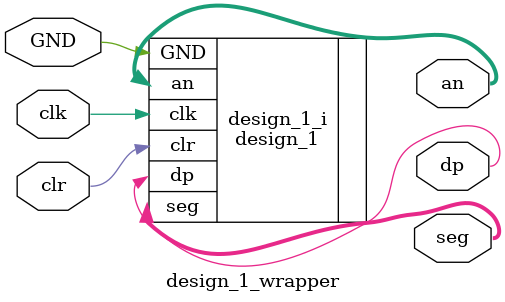
<source format=v>
`timescale 1 ps / 1 ps

module design_1_wrapper
   (GND,
    an,
    clk,
    clr,
    dp,
    seg);
  input GND;
  output [3:0]an;
  input clk;
  input clr;
  output dp;
  output [6:0]seg;

  wire GND;
  wire [3:0]an;
  wire clk;
  wire clr;
  wire dp;
  wire [6:0]seg;

design_1 design_1_i
       (.GND(GND),
        .an(an),
        .clk(clk),
        .clr(clr),
        .dp(dp),
        .seg(seg));
endmodule

</source>
